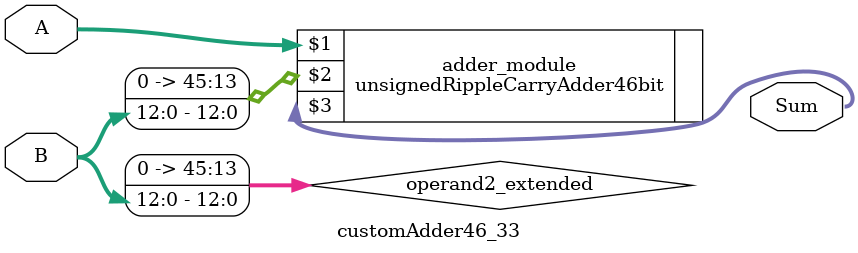
<source format=v>
module customAdder46_33(
                        input [45 : 0] A,
                        input [12 : 0] B,
                        
                        output [46 : 0] Sum
                );

        wire [45 : 0] operand2_extended;
        
        assign operand2_extended =  {33'b0, B};
        
        unsignedRippleCarryAdder46bit adder_module(
            A,
            operand2_extended,
            Sum
        );
        
        endmodule
        
</source>
